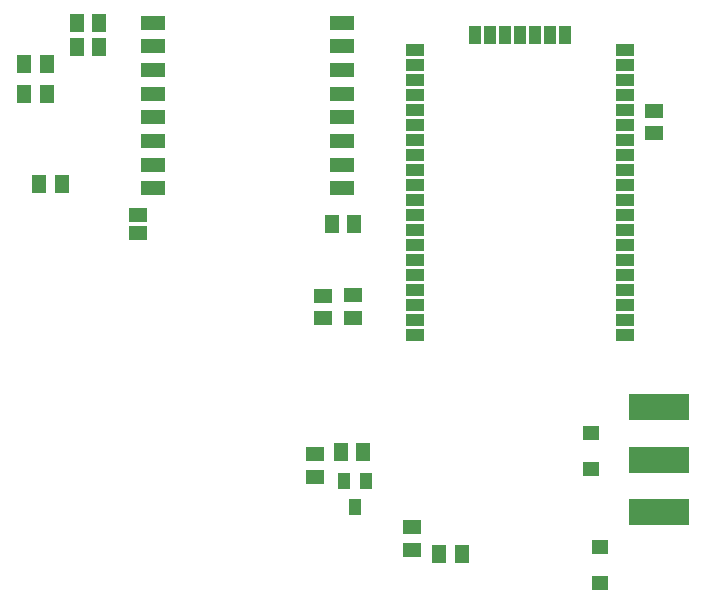
<source format=gbr>
G04 EAGLE Gerber X2 export*
%TF.Part,Single*%
%TF.FileFunction,Paste,Bot*%
%TF.FilePolarity,Positive*%
%TF.GenerationSoftware,Autodesk,EAGLE,8.6.2*%
%TF.CreationDate,2018-02-22T14:22:40Z*%
G75*
%MOMM*%
%FSLAX34Y34*%
%LPD*%
%AMOC8*
5,1,8,0,0,1.08239X$1,22.5*%
G01*
%ADD10R,1.400000X1.200000*%
%ADD11R,1.600000X1.300000*%
%ADD12R,1.500000X1.300000*%
%ADD13R,1.300000X1.500000*%
%ADD14R,2.000000X1.270000*%
%ADD15R,1.600200X1.168400*%
%ADD16R,1.524000X1.016000*%
%ADD17R,1.016000X1.524000*%
%ADD18R,5.080000X2.286000*%
%ADD19R,1.000000X1.400000*%


D10*
X514858Y74916D03*
X514858Y104916D03*
X506984Y201436D03*
X506984Y171436D03*
D11*
X305054Y299110D03*
X305054Y318110D03*
D12*
X279908Y298602D03*
X279908Y317602D03*
D13*
X378612Y99060D03*
X397612Y99060D03*
D12*
X355092Y121768D03*
X355092Y102768D03*
D13*
X27330Y488950D03*
X46330Y488950D03*
X71780Y528320D03*
X90780Y528320D03*
X27330Y514350D03*
X46330Y514350D03*
X90780Y548640D03*
X71780Y548640D03*
D14*
X135900Y408790D03*
X135900Y428790D03*
X135900Y448790D03*
X135900Y468790D03*
X135900Y488790D03*
X135900Y508790D03*
X135900Y528790D03*
X135900Y548790D03*
X295900Y548790D03*
X295900Y528790D03*
X295900Y508790D03*
X295900Y488790D03*
X295900Y468790D03*
X295900Y448790D03*
X295900Y428790D03*
X295900Y408790D03*
D15*
X123190Y386080D03*
X123190Y370840D03*
D12*
X560578Y455320D03*
X560578Y474320D03*
D16*
X358140Y284480D03*
X358140Y347980D03*
X358140Y360680D03*
X358140Y373380D03*
X358140Y411480D03*
X358140Y424180D03*
X358140Y525780D03*
D17*
X408940Y538480D03*
X421640Y538480D03*
X434340Y538480D03*
X447040Y538480D03*
X459740Y538480D03*
X472440Y538480D03*
X485140Y538480D03*
D16*
X535940Y525780D03*
X535940Y474980D03*
X535940Y462280D03*
X535940Y449580D03*
X535940Y360680D03*
X535940Y284480D03*
X358140Y297180D03*
X358140Y309880D03*
X358140Y386080D03*
X358140Y398780D03*
X358140Y436880D03*
X358140Y449580D03*
X535940Y436880D03*
X535940Y424180D03*
X535940Y411480D03*
X535940Y398780D03*
X535940Y386080D03*
X535940Y373380D03*
X535940Y335280D03*
X535940Y322580D03*
X535940Y309880D03*
X535940Y297180D03*
X535940Y487680D03*
X535940Y500380D03*
X535940Y513080D03*
X358140Y513080D03*
X358140Y500380D03*
X358140Y487680D03*
X358140Y474980D03*
X358140Y462280D03*
X358140Y335280D03*
X358140Y322580D03*
X535940Y347980D03*
D18*
X564896Y179070D03*
X564896Y223266D03*
X564896Y134874D03*
D13*
X59030Y412750D03*
X40030Y412750D03*
X287680Y378460D03*
X306680Y378460D03*
D19*
X297840Y160860D03*
X316840Y160860D03*
X307340Y138860D03*
D12*
X273050Y183490D03*
X273050Y164490D03*
D13*
X295300Y185420D03*
X314300Y185420D03*
M02*

</source>
